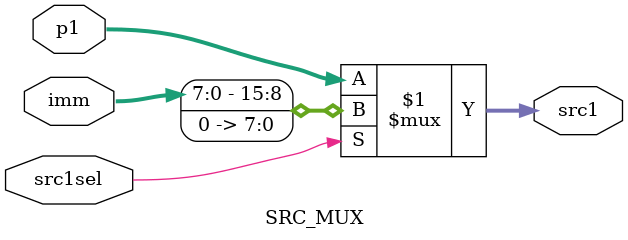
<source format=v>
module SRC_MUX(p1, imm, src1sel, src1);
  input[15:0] p1;
  input[7:0] imm;
  input src1sel;
  output[15:0] src1;
  
  assign src1 = src1sel ? {imm, 8'h00} : p1;
  
endmodule
</source>
